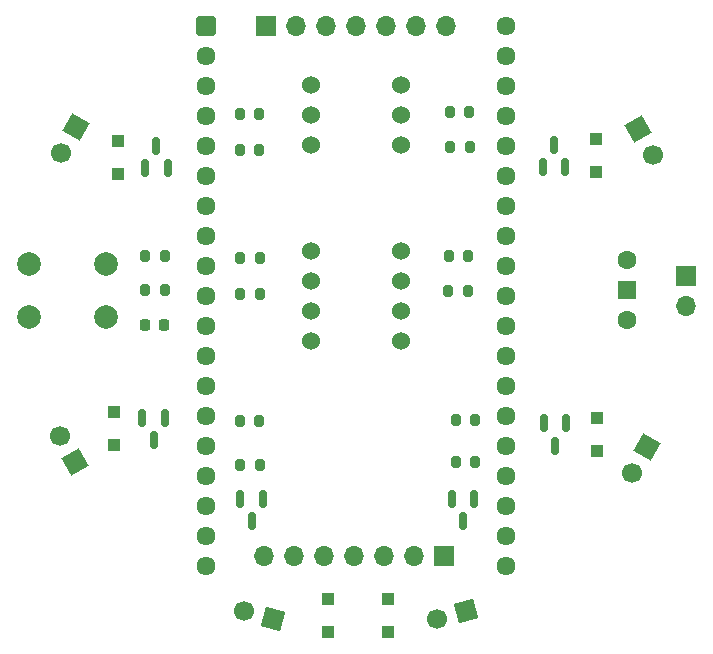
<source format=gbr>
%TF.GenerationSoftware,KiCad,Pcbnew,8.0.8-8.0.8-0~ubuntu24.04.1*%
%TF.CreationDate,2025-07-02T11:23:48+09:00*%
%TF.ProjectId,multicopter2,6d756c74-6963-46f7-9074-6572322e6b69,rev?*%
%TF.SameCoordinates,Original*%
%TF.FileFunction,Soldermask,Top*%
%TF.FilePolarity,Negative*%
%FSLAX46Y46*%
G04 Gerber Fmt 4.6, Leading zero omitted, Abs format (unit mm)*
G04 Created by KiCad (PCBNEW 8.0.8-8.0.8-0~ubuntu24.04.1) date 2025-07-02 11:23:48*
%MOMM*%
%LPD*%
G01*
G04 APERTURE LIST*
G04 Aperture macros list*
%AMRoundRect*
0 Rectangle with rounded corners*
0 $1 Rounding radius*
0 $2 $3 $4 $5 $6 $7 $8 $9 X,Y pos of 4 corners*
0 Add a 4 corners polygon primitive as box body*
4,1,4,$2,$3,$4,$5,$6,$7,$8,$9,$2,$3,0*
0 Add four circle primitives for the rounded corners*
1,1,$1+$1,$2,$3*
1,1,$1+$1,$4,$5*
1,1,$1+$1,$6,$7*
1,1,$1+$1,$8,$9*
0 Add four rect primitives between the rounded corners*
20,1,$1+$1,$2,$3,$4,$5,0*
20,1,$1+$1,$4,$5,$6,$7,0*
20,1,$1+$1,$6,$7,$8,$9,0*
20,1,$1+$1,$8,$9,$2,$3,0*%
%AMHorizOval*
0 Thick line with rounded ends*
0 $1 width*
0 $2 $3 position (X,Y) of the first rounded end (center of the circle)*
0 $4 $5 position (X,Y) of the second rounded end (center of the circle)*
0 Add line between two ends*
20,1,$1,$2,$3,$4,$5,0*
0 Add two circle primitives to create the rounded ends*
1,1,$1,$2,$3*
1,1,$1,$4,$5*%
%AMRotRect*
0 Rectangle, with rotation*
0 The origin of the aperture is its center*
0 $1 length*
0 $2 width*
0 $3 Rotation angle, in degrees counterclockwise*
0 Add horizontal line*
21,1,$1,$2,0,0,$3*%
G04 Aperture macros list end*
%ADD10RoundRect,0.150000X0.150000X-0.587500X0.150000X0.587500X-0.150000X0.587500X-0.150000X-0.587500X0*%
%ADD11C,1.524000*%
%ADD12RoundRect,0.200000X0.200000X0.275000X-0.200000X0.275000X-0.200000X-0.275000X0.200000X-0.275000X0*%
%ADD13R,1.500000X1.500000*%
%ADD14C,1.600000*%
%ADD15RoundRect,0.150000X-0.150000X0.587500X-0.150000X-0.587500X0.150000X-0.587500X0.150000X0.587500X0*%
%ADD16C,2.000000*%
%ADD17RoundRect,0.200000X-0.200000X-0.275000X0.200000X-0.275000X0.200000X0.275000X-0.200000X0.275000X0*%
%ADD18RoundRect,0.250000X-0.300000X0.300000X-0.300000X-0.300000X0.300000X-0.300000X0.300000X0.300000X0*%
%ADD19RotRect,1.700000X1.700000X210.000000*%
%ADD20HorizOval,1.700000X0.000000X0.000000X0.000000X0.000000X0*%
%ADD21RoundRect,0.250000X0.300000X-0.300000X0.300000X0.300000X-0.300000X0.300000X-0.300000X-0.300000X0*%
%ADD22RotRect,1.700000X1.700000X330.000000*%
%ADD23HorizOval,1.700000X0.000000X0.000000X0.000000X0.000000X0*%
%ADD24RotRect,1.700000X1.700000X285.000000*%
%ADD25HorizOval,1.700000X0.000000X0.000000X0.000000X0.000000X0*%
%ADD26RoundRect,0.102000X-0.704000X-0.704000X0.704000X-0.704000X0.704000X0.704000X-0.704000X0.704000X0*%
%ADD27C,1.612000*%
%ADD28RoundRect,0.218750X-0.218750X-0.256250X0.218750X-0.256250X0.218750X0.256250X-0.218750X0.256250X0*%
%ADD29R,1.700000X1.700000*%
%ADD30O,1.700000X1.700000*%
%ADD31RotRect,1.700000X1.700000X30.000000*%
%ADD32HorizOval,1.700000X0.000000X0.000000X0.000000X0.000000X0*%
%ADD33RotRect,1.700000X1.700000X255.000000*%
%ADD34HorizOval,1.700000X0.000000X0.000000X0.000000X0.000000X0*%
G04 APERTURE END LIST*
D10*
%TO.C,Q1*%
X115780000Y-89070000D03*
X117680000Y-89070000D03*
X116730000Y-87195000D03*
%TD*%
D11*
%TO.C,U4*%
X96190000Y-82160000D03*
X96190000Y-84700000D03*
X96190000Y-87240000D03*
X103810000Y-87240000D03*
X103810000Y-84700000D03*
X103810000Y-82160000D03*
%TD*%
D12*
%TO.C,R1*%
X109560000Y-84410000D03*
X107910000Y-84410000D03*
%TD*%
%TO.C,R9*%
X91830000Y-96790000D03*
X90180000Y-96790000D03*
%TD*%
D13*
%TO.C,SW3*%
X122960000Y-99520000D03*
D14*
X122960000Y-96980000D03*
X122960000Y-102060000D03*
%TD*%
D15*
%TO.C,Q4*%
X92077500Y-117182500D03*
X90177500Y-117182500D03*
X91127500Y-119057500D03*
%TD*%
D16*
%TO.C,SW1*%
X78770000Y-101810000D03*
X72270000Y-101810000D03*
X78770000Y-97310000D03*
X72270000Y-97310000D03*
%TD*%
D15*
%TO.C,Q3*%
X109972500Y-117192500D03*
X108072500Y-117192500D03*
X109022500Y-119067500D03*
%TD*%
D12*
%TO.C,R6*%
X91765000Y-110570000D03*
X90115000Y-110570000D03*
%TD*%
D17*
%TO.C,R7*%
X108405000Y-114080000D03*
X110055000Y-114080000D03*
%TD*%
D12*
%TO.C,R4*%
X109435000Y-99560000D03*
X107785000Y-99560000D03*
%TD*%
D18*
%TO.C,D7*%
X79830000Y-86890000D03*
X79830000Y-89690000D03*
%TD*%
D10*
%TO.C,Q6*%
X82120000Y-89167500D03*
X84020000Y-89167500D03*
X83070000Y-87292500D03*
%TD*%
D19*
%TO.C,M5*%
X76140000Y-114090000D03*
D20*
X74870000Y-111890295D03*
%TD*%
D21*
%TO.C,D6*%
X79470000Y-112670000D03*
X79470000Y-109870000D03*
%TD*%
D18*
%TO.C,D2*%
X120420000Y-110350000D03*
X120420000Y-113150000D03*
%TD*%
D12*
%TO.C,R10*%
X91780000Y-84610000D03*
X90130000Y-84610000D03*
%TD*%
%TO.C,R2*%
X109465000Y-96660000D03*
X107815000Y-96660000D03*
%TD*%
D22*
%TO.C,M2*%
X124620000Y-112790000D03*
D23*
X123350000Y-114989705D03*
%TD*%
D24*
%TO.C,M3*%
X109271556Y-126700006D03*
D25*
X106818104Y-127357406D03*
%TD*%
D11*
%TO.C,U3*%
X96190000Y-96190000D03*
X96190000Y-98730000D03*
X96190000Y-101270000D03*
X96190000Y-103810000D03*
X103810000Y-103810000D03*
X103810000Y-101270000D03*
X103810000Y-98730000D03*
X103810000Y-96190000D03*
%TD*%
D17*
%TO.C,R3*%
X107960000Y-87430000D03*
X109610000Y-87430000D03*
%TD*%
D26*
%TO.C,U1*%
X87300000Y-77165000D03*
D27*
X87300000Y-79705000D03*
X87300000Y-82245000D03*
X87300000Y-84785000D03*
X87300000Y-87325000D03*
X87300000Y-89865000D03*
X87300000Y-92405000D03*
X87300000Y-94945000D03*
X87300000Y-97485000D03*
X87300000Y-100025000D03*
X87300000Y-102565000D03*
X87300000Y-105105000D03*
X87300000Y-107645000D03*
X87300000Y-110185000D03*
X87300000Y-112725000D03*
X87300000Y-115265000D03*
X87300000Y-117805000D03*
X87300000Y-120345000D03*
X87300000Y-122885000D03*
X112700000Y-77165000D03*
X112700000Y-79705000D03*
X112700000Y-82245000D03*
X112700000Y-84785000D03*
X112700000Y-87325000D03*
X112700000Y-89865000D03*
X112700000Y-92405000D03*
X112700000Y-94945000D03*
X112700000Y-97485000D03*
X112700000Y-100025000D03*
X112700000Y-102565000D03*
X112700000Y-105105000D03*
X112700000Y-107645000D03*
X112700000Y-110185000D03*
X112700000Y-112725000D03*
X112700000Y-115265000D03*
X112700000Y-117805000D03*
X112700000Y-120345000D03*
X112700000Y-122885000D03*
%TD*%
D12*
%TO.C,R15*%
X83775000Y-96590000D03*
X82125000Y-96590000D03*
%TD*%
D28*
%TO.C,D5*%
X82132500Y-102490000D03*
X83707500Y-102490000D03*
%TD*%
D18*
%TO.C,D1*%
X120320000Y-86717500D03*
X120320000Y-89517500D03*
%TD*%
D21*
%TO.C,D4*%
X97590000Y-128430000D03*
X97590000Y-125630000D03*
%TD*%
D17*
%TO.C,R12*%
X90115000Y-87680000D03*
X91765000Y-87680000D03*
%TD*%
D22*
%TO.C,M6*%
X76227500Y-85705818D03*
D23*
X74957500Y-87905523D03*
%TD*%
D29*
%TO.C,J2*%
X127910000Y-98320000D03*
D30*
X127910000Y-100860000D03*
%TD*%
D15*
%TO.C,Q5*%
X83782500Y-110352500D03*
X81882500Y-110352500D03*
X82832500Y-112227500D03*
%TD*%
D12*
%TO.C,R22*%
X83775000Y-99520000D03*
X82125000Y-99520000D03*
%TD*%
%TO.C,R5*%
X110055000Y-110500000D03*
X108405000Y-110500000D03*
%TD*%
D31*
%TO.C,M1*%
X123880000Y-85860000D03*
D32*
X125150000Y-88059705D03*
%TD*%
D33*
%TO.C,M4*%
X92951556Y-127329994D03*
D34*
X90498104Y-126672594D03*
%TD*%
D15*
%TO.C,Q2*%
X117780000Y-110800000D03*
X115880000Y-110800000D03*
X116830000Y-112675000D03*
%TD*%
D21*
%TO.C,D3*%
X102690000Y-128457500D03*
X102690000Y-125657500D03*
%TD*%
D17*
%TO.C,R8*%
X90185000Y-114330000D03*
X91835000Y-114330000D03*
%TD*%
%TO.C,R11*%
X90160000Y-99840000D03*
X91810000Y-99840000D03*
%TD*%
D29*
%TO.C,U6*%
X107400000Y-122060000D03*
D30*
X104860000Y-122060000D03*
X102320000Y-122060000D03*
X99780000Y-122060000D03*
X97240000Y-122060000D03*
X94700000Y-122060000D03*
X92160000Y-122060000D03*
%TD*%
D29*
%TO.C,U2*%
X92370000Y-77120000D03*
D30*
X94910000Y-77120000D03*
X97450000Y-77120000D03*
X99990000Y-77120000D03*
X102530000Y-77120000D03*
X105070000Y-77120000D03*
X107610000Y-77120000D03*
%TD*%
M02*

</source>
